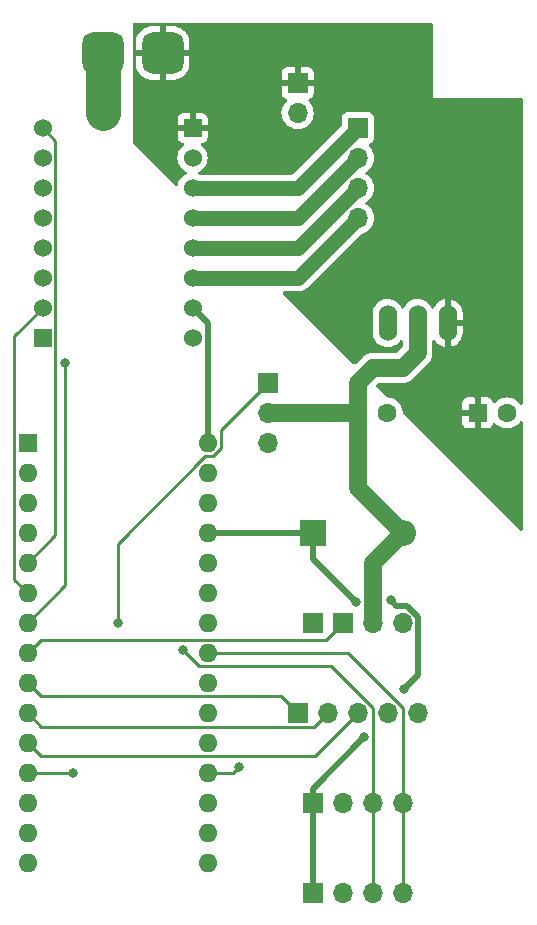
<source format=gbr>
%TF.GenerationSoftware,KiCad,Pcbnew,(6.0.4)*%
%TF.CreationDate,2022-08-04T20:18:12-07:00*%
%TF.ProjectId,l0ckcr4ck3r,6c30636b-6372-4346-936b-33722e6b6963,rev?*%
%TF.SameCoordinates,Original*%
%TF.FileFunction,Copper,L1,Top*%
%TF.FilePolarity,Positive*%
%FSLAX46Y46*%
G04 Gerber Fmt 4.6, Leading zero omitted, Abs format (unit mm)*
G04 Created by KiCad (PCBNEW (6.0.4)) date 2022-08-04 20:18:12*
%MOMM*%
%LPD*%
G01*
G04 APERTURE LIST*
G04 Aperture macros list*
%AMRoundRect*
0 Rectangle with rounded corners*
0 $1 Rounding radius*
0 $2 $3 $4 $5 $6 $7 $8 $9 X,Y pos of 4 corners*
0 Add a 4 corners polygon primitive as box body*
4,1,4,$2,$3,$4,$5,$6,$7,$8,$9,$2,$3,0*
0 Add four circle primitives for the rounded corners*
1,1,$1+$1,$2,$3*
1,1,$1+$1,$4,$5*
1,1,$1+$1,$6,$7*
1,1,$1+$1,$8,$9*
0 Add four rect primitives between the rounded corners*
20,1,$1+$1,$2,$3,$4,$5,0*
20,1,$1+$1,$4,$5,$6,$7,0*
20,1,$1+$1,$6,$7,$8,$9,0*
20,1,$1+$1,$8,$9,$2,$3,0*%
G04 Aperture macros list end*
%TA.AperFunction,ComponentPad*%
%ADD10R,1.524000X1.524000*%
%TD*%
%TA.AperFunction,ComponentPad*%
%ADD11C,1.524000*%
%TD*%
%TA.AperFunction,ComponentPad*%
%ADD12R,1.700000X1.700000*%
%TD*%
%TA.AperFunction,ComponentPad*%
%ADD13O,1.700000X1.700000*%
%TD*%
%TA.AperFunction,ComponentPad*%
%ADD14O,1.524000X3.048000*%
%TD*%
%TA.AperFunction,ComponentPad*%
%ADD15R,1.600000X1.600000*%
%TD*%
%TA.AperFunction,ComponentPad*%
%ADD16C,1.600000*%
%TD*%
%TA.AperFunction,ComponentPad*%
%ADD17R,2.200000X2.200000*%
%TD*%
%TA.AperFunction,ComponentPad*%
%ADD18O,2.200000X2.200000*%
%TD*%
%TA.AperFunction,SMDPad,CuDef*%
%ADD19RoundRect,0.875000X0.875000X0.875000X-0.875000X0.875000X-0.875000X-0.875000X0.875000X-0.875000X0*%
%TD*%
%TA.AperFunction,ComponentPad*%
%ADD20O,1.600000X1.600000*%
%TD*%
%TA.AperFunction,ViaPad*%
%ADD21C,0.800000*%
%TD*%
%TA.AperFunction,Conductor*%
%ADD22C,3.000000*%
%TD*%
%TA.AperFunction,Conductor*%
%ADD23C,0.250000*%
%TD*%
%TA.AperFunction,Conductor*%
%ADD24C,0.500000*%
%TD*%
%TA.AperFunction,Conductor*%
%ADD25C,1.500000*%
%TD*%
%TA.AperFunction,Conductor*%
%ADD26C,1.250000*%
%TD*%
G04 APERTURE END LIST*
D10*
%TO.P,U2,JP1_1,DIR*%
%TO.N,Net-(A1-Pad7)*%
X135890000Y-64770000D03*
D11*
%TO.P,U2,JP1_2,STEP*%
%TO.N,Net-(A1-Pad6)*%
X135890000Y-62230000D03*
%TO.P,U2,JP1_3*%
%TO.N,N/C*%
X135890000Y-59690000D03*
%TO.P,U2,JP1_4,PDN/UART1*%
%TO.N,unconnected-(U2-PadJP1_4)*%
X135890000Y-57150000D03*
%TO.P,U2,JP1_5,PDN/UART2*%
%TO.N,unconnected-(U2-PadJP1_5)*%
X135890000Y-54610000D03*
%TO.P,U2,JP1_6,MS2*%
%TO.N,unconnected-(U2-PadJP1_6)*%
X135890000Y-52070000D03*
%TO.P,U2,JP1_7,MS1*%
%TO.N,unconnected-(U2-PadJP1_7)*%
X135890000Y-49530000D03*
%TO.P,U2,JP1_8,EN*%
%TO.N,Net-(A1-Pad5)*%
X135890000Y-46990000D03*
D10*
%TO.P,U2,JP2_1,VM*%
%TO.N,+12V*%
X148590000Y-46990000D03*
D11*
%TO.P,U2,JP2_2,GND*%
%TO.N,GND*%
X148590000Y-49530000D03*
%TO.P,U2,JP2_3,OA2*%
%TO.N,Net-(M1-Pad1)*%
X148590000Y-52070000D03*
%TO.P,U2,JP2_4,OA1*%
%TO.N,Net-(M1-Pad2)*%
X148590000Y-54610000D03*
%TO.P,U2,JP2_5,OB1*%
%TO.N,Net-(M1-Pad3)*%
X148590000Y-57150000D03*
%TO.P,U2,JP2_6,OB2*%
%TO.N,Net-(M1-Pad4)*%
X148590000Y-59690000D03*
%TO.P,U2,JP2_7,VIO*%
%TO.N,Net-(A1-Pad30)*%
X148590000Y-62230000D03*
%TO.P,U2,JP2_8,GND*%
%TO.N,GND*%
X148590000Y-64770000D03*
%TD*%
D12*
%TO.P,M3,1,PWM*%
%TO.N,D5*%
X161300000Y-88925000D03*
D13*
%TO.P,M3,2,+*%
%TO.N,Net-(C1-Pad1)*%
X163840000Y-88925000D03*
%TO.P,M3,3,-*%
%TO.N,GND*%
X166380000Y-88925000D03*
%TD*%
D12*
%TO.P,U6,1,VCC*%
%TO.N,+5V*%
X158760000Y-104140000D03*
D13*
%TO.P,U6,2,GND*%
%TO.N,GND*%
X161300000Y-104140000D03*
%TO.P,U6,3,SCL*%
%TO.N,SCL*%
X163840000Y-104140000D03*
%TO.P,U6,4,SDA*%
%TO.N,SDA*%
X166380000Y-104140000D03*
%TD*%
D12*
%TO.P,M2,1,+*%
%TO.N,+12V*%
X157480000Y-43180000D03*
D13*
%TO.P,M2,2,-*%
%TO.N,GND*%
X157480000Y-45720000D03*
%TD*%
D12*
%TO.P,U5,1,VCC*%
%TO.N,+5V*%
X158760000Y-111760000D03*
D13*
%TO.P,U5,2,GND*%
%TO.N,GND*%
X161300000Y-111760000D03*
%TO.P,U5,3,SCL*%
%TO.N,SCL*%
X163840000Y-111760000D03*
%TO.P,U5,4,SDA*%
%TO.N,SDA*%
X166380000Y-111760000D03*
%TD*%
D14*
%TO.P,U4,1*%
%TO.N,GND*%
X165100000Y-63500000D03*
%TO.P,U4,2*%
%TO.N,Net-(C1-Pad1)*%
X167640000Y-63500000D03*
%TO.P,U4,3,Input*%
%TO.N,+12V*%
X170180000Y-63500000D03*
%TD*%
D12*
%TO.P,M1,1*%
%TO.N,Net-(M1-Pad1)*%
X162585000Y-47000000D03*
D13*
%TO.P,M1,2,-*%
%TO.N,Net-(M1-Pad2)*%
X162585000Y-49540000D03*
%TO.P,M1,3*%
%TO.N,Net-(M1-Pad3)*%
X162585000Y-52080000D03*
%TO.P,M1,4*%
%TO.N,Net-(M1-Pad4)*%
X162585000Y-54620000D03*
%TD*%
D12*
%TO.P,M4,1,PWM*%
%TO.N,D9*%
X154940000Y-68580000D03*
D13*
%TO.P,M4,2,+*%
%TO.N,Net-(C1-Pad1)*%
X154940000Y-71120000D03*
%TO.P,M4,3,-*%
%TO.N,GND*%
X154940000Y-73660000D03*
%TD*%
D15*
%TO.P,C1,1*%
%TO.N,Net-(C1-Pad1)*%
X162560000Y-71120000D03*
D16*
%TO.P,C1,2*%
%TO.N,GND*%
X165060000Y-71120000D03*
%TD*%
D12*
%TO.P,U3,1,CLK*%
%TO.N,CLK*%
X157510000Y-96520000D03*
D13*
%TO.P,U3,2,DT*%
%TO.N,DT*%
X160050000Y-96520000D03*
%TO.P,U3,3,SW*%
%TO.N,SW*%
X162590000Y-96520000D03*
%TO.P,U3,4,+*%
%TO.N,+5V*%
X165130000Y-96520000D03*
%TO.P,U3,5,GND*%
%TO.N,GND*%
X167670000Y-96520000D03*
%TD*%
D17*
%TO.P,D1,1,K*%
%TO.N,+5V*%
X158750000Y-81305000D03*
D18*
%TO.P,D1,2,A*%
%TO.N,Net-(C1-Pad1)*%
X166370000Y-81305000D03*
%TD*%
D19*
%TO.P,U1,1,12V*%
%TO.N,+12V*%
X146050000Y-40640000D03*
%TO.P,U1,2,GND*%
%TO.N,GND*%
X140970000Y-40640000D03*
%TD*%
D15*
%TO.P,C2,1*%
%TO.N,+12V*%
X172720000Y-71120000D03*
D16*
%TO.P,C2,2*%
%TO.N,GND*%
X175220000Y-71120000D03*
%TD*%
D15*
%TO.P,A1,1,D1/TX*%
%TO.N,unconnected-(A1-Pad1)*%
X134620000Y-73660000D03*
D20*
%TO.P,A1,2,D0/RX*%
%TO.N,unconnected-(A1-Pad2)*%
X134620000Y-76200000D03*
%TO.P,A1,3,~{RESET}*%
%TO.N,unconnected-(A1-Pad3)*%
X134620000Y-78740000D03*
%TO.P,A1,4,GND*%
%TO.N,GND*%
X134620000Y-81280000D03*
%TO.P,A1,5,D2*%
%TO.N,Net-(A1-Pad5)*%
X134620000Y-83820000D03*
%TO.P,A1,6,D3*%
%TO.N,Net-(A1-Pad6)*%
X134620000Y-86360000D03*
%TO.P,A1,7,D4*%
%TO.N,Net-(A1-Pad7)*%
X134620000Y-88900000D03*
%TO.P,A1,8,D5*%
%TO.N,D5*%
X134620000Y-91440000D03*
%TO.P,A1,9,D6*%
%TO.N,CLK*%
X134620000Y-93980000D03*
%TO.P,A1,10,D7*%
%TO.N,DT*%
X134620000Y-96520000D03*
%TO.P,A1,11,D8*%
%TO.N,SW*%
X134620000Y-99060000D03*
%TO.P,A1,12,D9*%
%TO.N,D9*%
X134620000Y-101600000D03*
%TO.P,A1,13,D10*%
%TO.N,unconnected-(A1-Pad13)*%
X134620000Y-104140000D03*
%TO.P,A1,14,D11*%
%TO.N,unconnected-(A1-Pad14)*%
X134620000Y-106680000D03*
%TO.P,A1,15,D12*%
%TO.N,unconnected-(A1-Pad15)*%
X134620000Y-109220000D03*
%TO.P,A1,16,D13*%
%TO.N,unconnected-(A1-Pad16)*%
X149860000Y-109220000D03*
%TO.P,A1,17,3V3*%
%TO.N,unconnected-(A1-Pad17)*%
X149860000Y-106680000D03*
%TO.P,A1,18,AREF*%
%TO.N,unconnected-(A1-Pad18)*%
X149860000Y-104140000D03*
%TO.P,A1,19,A0*%
%TO.N,Net-(A1-Pad19)*%
X149860000Y-101600000D03*
%TO.P,A1,20,A1*%
%TO.N,unconnected-(A1-Pad20)*%
X149860000Y-99060000D03*
%TO.P,A1,21,A2*%
%TO.N,unconnected-(A1-Pad21)*%
X149860000Y-96520000D03*
%TO.P,A1,22,A3*%
%TO.N,unconnected-(A1-Pad22)*%
X149860000Y-93980000D03*
%TO.P,A1,23,A4*%
%TO.N,SDA*%
X149860000Y-91440000D03*
%TO.P,A1,24,A5*%
%TO.N,SCL*%
X149860000Y-88900000D03*
%TO.P,A1,25,A6*%
%TO.N,unconnected-(A1-Pad25)*%
X149860000Y-86360000D03*
%TO.P,A1,26,A7*%
%TO.N,unconnected-(A1-Pad26)*%
X149860000Y-83820000D03*
%TO.P,A1,27,+5V*%
%TO.N,+5V*%
X149860000Y-81280000D03*
%TO.P,A1,28,~{RESET}*%
%TO.N,unconnected-(A1-Pad28)*%
X149860000Y-78740000D03*
%TO.P,A1,29,GND*%
%TO.N,GND*%
X149860000Y-76200000D03*
%TO.P,A1,30,VIN*%
%TO.N,Net-(A1-Pad30)*%
X149860000Y-73660000D03*
%TD*%
D12*
%TO.P,J1,1,Pin_1*%
%TO.N,Net-(A1-Pad19)*%
X158760000Y-88925000D03*
%TD*%
D21*
%TO.N,GND*%
X140970000Y-43180000D03*
X140970000Y-44450000D03*
X140970000Y-45720000D03*
%TO.N,Net-(A1-Pad7)*%
X137800000Y-66900000D03*
%TO.N,Net-(A1-Pad19)*%
X152500000Y-101100000D03*
%TO.N,SCL*%
X147800000Y-91200000D03*
%TO.N,+5V*%
X166500000Y-94500000D03*
X165400000Y-87000000D03*
X162400000Y-87100000D03*
X163100000Y-98600000D03*
%TO.N,D9*%
X138430000Y-101600000D03*
X142240000Y-88900000D03*
%TD*%
D22*
%TO.N,GND*%
X140970000Y-43180000D02*
X140970000Y-44450000D01*
X140970000Y-40640000D02*
X140970000Y-43180000D01*
X140970000Y-44450000D02*
X140970000Y-45720000D01*
D23*
%TO.N,Net-(A1-Pad5)*%
X135890000Y-46990000D02*
X136976511Y-48076511D01*
X136976511Y-81463489D02*
X134620000Y-83820000D01*
X136976511Y-48076511D02*
X136976511Y-81463489D01*
%TO.N,Net-(A1-Pad6)*%
X133495489Y-64624511D02*
X135890000Y-62230000D01*
X133495489Y-85235489D02*
X133495489Y-64624511D01*
X134620000Y-86360000D02*
X133495489Y-85235489D01*
%TO.N,Net-(A1-Pad7)*%
X134620000Y-88900000D02*
X137800000Y-85720000D01*
X137800000Y-85720000D02*
X137800000Y-66900000D01*
%TO.N,D5*%
X134620000Y-91440000D02*
X135744511Y-90315489D01*
X135744511Y-90315489D02*
X159909511Y-90315489D01*
X159909511Y-90315489D02*
X161300000Y-88925000D01*
%TO.N,CLK*%
X135744511Y-95104511D02*
X156094511Y-95104511D01*
X156094511Y-95104511D02*
X157510000Y-96520000D01*
X134620000Y-93980000D02*
X135744511Y-95104511D01*
%TO.N,DT*%
X135794511Y-97694511D02*
X158875489Y-97694511D01*
X158875489Y-97694511D02*
X160050000Y-96520000D01*
X134620000Y-96520000D02*
X135794511Y-97694511D01*
%TO.N,SW*%
X135744511Y-100184511D02*
X158925489Y-100184511D01*
X158925489Y-100184511D02*
X162590000Y-96520000D01*
X134620000Y-99060000D02*
X135744511Y-100184511D01*
%TO.N,Net-(A1-Pad19)*%
X149860000Y-101600000D02*
X152000000Y-101600000D01*
X152000000Y-101600000D02*
X152500000Y-101100000D01*
%TO.N,SDA*%
X166380000Y-111760000D02*
X166380000Y-104140000D01*
X149860000Y-91440000D02*
X161711010Y-91440000D01*
X161711010Y-91440000D02*
X166380000Y-96108990D01*
X166380000Y-96108990D02*
X166380000Y-104140000D01*
%TO.N,SCL*%
X163840000Y-104140000D02*
X163840000Y-96108990D01*
X163840000Y-96108990D02*
X160295521Y-92564511D01*
X160295521Y-92564511D02*
X149164511Y-92564511D01*
X149164511Y-92564511D02*
X147800000Y-91200000D01*
X163840000Y-104140000D02*
X163840000Y-111760000D01*
D24*
%TO.N,+5V*%
X167679511Y-93320489D02*
X166500000Y-94500000D01*
X158725000Y-81280000D02*
X158750000Y-81305000D01*
X158750000Y-83450000D02*
X162400000Y-87100000D01*
X165841724Y-87441724D02*
X166734511Y-87441724D01*
X158760000Y-111760000D02*
X158760000Y-104140000D01*
X163100000Y-98600000D02*
X158760000Y-102940000D01*
X158760000Y-102940000D02*
X158760000Y-104140000D01*
X158750000Y-81305000D02*
X158750000Y-83450000D01*
X166734511Y-87441724D02*
X167679511Y-88386724D01*
X167679511Y-88386724D02*
X167679511Y-93320489D01*
X149860000Y-81280000D02*
X158725000Y-81280000D01*
X165400000Y-87000000D02*
X165841724Y-87441724D01*
%TO.N,Net-(A1-Pad30)*%
X148590000Y-62230000D02*
X149860000Y-63500000D01*
X149860000Y-63500000D02*
X149860000Y-73660000D01*
D25*
%TO.N,Net-(C1-Pad1)*%
X167640000Y-66040000D02*
X167640000Y-63500000D01*
X162560000Y-68580000D02*
X163830000Y-67310000D01*
X162560000Y-71120000D02*
X162560000Y-68580000D01*
X163840000Y-83835000D02*
X163840000Y-88925000D01*
X166370000Y-81305000D02*
X163840000Y-83835000D01*
X162560000Y-77495000D02*
X162560000Y-71120000D01*
X163830000Y-67310000D02*
X166370000Y-67310000D01*
X166370000Y-81305000D02*
X162560000Y-77495000D01*
X162560000Y-71120000D02*
X154940000Y-71120000D01*
X166370000Y-67310000D02*
X167640000Y-66040000D01*
D26*
%TO.N,Net-(M1-Pad1)*%
X148590000Y-52070000D02*
X157515000Y-52070000D01*
X157515000Y-52070000D02*
X162585000Y-47000000D01*
%TO.N,Net-(M1-Pad2)*%
X157515000Y-54610000D02*
X162585000Y-49540000D01*
X148590000Y-54610000D02*
X157515000Y-54610000D01*
%TO.N,Net-(M1-Pad3)*%
X148590000Y-57150000D02*
X157515000Y-57150000D01*
X157515000Y-57150000D02*
X162585000Y-52080000D01*
%TO.N,Net-(M1-Pad4)*%
X157515000Y-59690000D02*
X162585000Y-54620000D01*
X148590000Y-59690000D02*
X157515000Y-59690000D01*
D23*
%TO.N,D9*%
X150984511Y-74125789D02*
X150984511Y-72535489D01*
X142240000Y-82229700D02*
X149685189Y-74784511D01*
X150984511Y-72535489D02*
X154940000Y-68580000D01*
X134620000Y-101600000D02*
X138430000Y-101600000D01*
X149685189Y-74784511D02*
X150325789Y-74784511D01*
X142240000Y-88900000D02*
X142240000Y-82229700D01*
X150325789Y-74784511D02*
X150984511Y-74125789D01*
%TD*%
%TA.AperFunction,Conductor*%
%TO.N,+12V*%
G36*
X168852121Y-38120002D02*
G01*
X168898614Y-38173658D01*
X168910000Y-38226000D01*
X168910000Y-44450000D01*
X176404000Y-44450000D01*
X176472121Y-44470002D01*
X176518614Y-44523658D01*
X176530000Y-44576000D01*
X176530000Y-70309953D01*
X176509998Y-70378074D01*
X176456342Y-70424567D01*
X176386068Y-70434671D01*
X176321488Y-70405177D01*
X176300787Y-70382224D01*
X176229357Y-70280211D01*
X176229355Y-70280208D01*
X176226198Y-70275700D01*
X176064300Y-70113802D01*
X176059792Y-70110645D01*
X176059789Y-70110643D01*
X175981611Y-70055902D01*
X175876749Y-69982477D01*
X175871767Y-69980154D01*
X175871762Y-69980151D01*
X175674225Y-69888039D01*
X175674224Y-69888039D01*
X175669243Y-69885716D01*
X175663935Y-69884294D01*
X175663933Y-69884293D01*
X175453402Y-69827881D01*
X175453400Y-69827881D01*
X175448087Y-69826457D01*
X175220000Y-69806502D01*
X174991913Y-69826457D01*
X174986600Y-69827881D01*
X174986598Y-69827881D01*
X174776067Y-69884293D01*
X174776065Y-69884294D01*
X174770757Y-69885716D01*
X174765776Y-69888039D01*
X174765775Y-69888039D01*
X174568238Y-69980151D01*
X174568233Y-69980154D01*
X174563251Y-69982477D01*
X174458389Y-70055902D01*
X174380211Y-70110643D01*
X174380208Y-70110645D01*
X174375700Y-70113802D01*
X174229580Y-70259922D01*
X174167268Y-70293948D01*
X174096453Y-70288883D01*
X174039617Y-70246336D01*
X174022317Y-70209394D01*
X174021252Y-70209793D01*
X173973324Y-70081946D01*
X173964786Y-70066351D01*
X173888285Y-69964276D01*
X173875724Y-69951715D01*
X173773649Y-69875214D01*
X173758054Y-69866676D01*
X173637606Y-69821522D01*
X173622351Y-69817895D01*
X173571486Y-69812369D01*
X173564672Y-69812000D01*
X172992115Y-69812000D01*
X172976876Y-69816475D01*
X172975671Y-69817865D01*
X172974000Y-69825548D01*
X172974000Y-72409884D01*
X172978475Y-72425123D01*
X172979865Y-72426328D01*
X172987548Y-72427999D01*
X173564669Y-72427999D01*
X173571490Y-72427629D01*
X173622352Y-72422105D01*
X173637604Y-72418479D01*
X173758054Y-72373324D01*
X173773649Y-72364786D01*
X173875724Y-72288285D01*
X173888285Y-72275724D01*
X173964786Y-72173649D01*
X173973324Y-72158054D01*
X174021252Y-72030207D01*
X174023112Y-72030904D01*
X174053131Y-71978372D01*
X174116090Y-71945558D01*
X174186794Y-71951992D01*
X174229581Y-71980079D01*
X174375700Y-72126198D01*
X174380208Y-72129355D01*
X174380211Y-72129357D01*
X174421195Y-72158054D01*
X174563251Y-72257523D01*
X174568233Y-72259846D01*
X174568238Y-72259849D01*
X174760150Y-72349338D01*
X174770757Y-72354284D01*
X174776065Y-72355706D01*
X174776067Y-72355707D01*
X174986598Y-72412119D01*
X174986600Y-72412119D01*
X174991913Y-72413543D01*
X175220000Y-72433498D01*
X175448087Y-72413543D01*
X175453400Y-72412119D01*
X175453402Y-72412119D01*
X175663933Y-72355707D01*
X175663935Y-72355706D01*
X175669243Y-72354284D01*
X175679850Y-72349338D01*
X175871762Y-72259849D01*
X175871767Y-72259846D01*
X175876749Y-72257523D01*
X176018805Y-72158054D01*
X176059789Y-72129357D01*
X176059792Y-72129355D01*
X176064300Y-72126198D01*
X176226198Y-71964300D01*
X176239322Y-71945558D01*
X176300787Y-71857776D01*
X176356244Y-71813448D01*
X176426863Y-71806139D01*
X176490224Y-71838170D01*
X176526209Y-71899371D01*
X176530000Y-71930047D01*
X176530000Y-80975810D01*
X176509998Y-81043931D01*
X176456342Y-81090424D01*
X176386068Y-81100528D01*
X176321488Y-81071034D01*
X176314905Y-81064905D01*
X167214669Y-71964669D01*
X171412001Y-71964669D01*
X171412371Y-71971490D01*
X171417895Y-72022352D01*
X171421521Y-72037604D01*
X171466676Y-72158054D01*
X171475214Y-72173649D01*
X171551715Y-72275724D01*
X171564276Y-72288285D01*
X171666351Y-72364786D01*
X171681946Y-72373324D01*
X171802394Y-72418478D01*
X171817649Y-72422105D01*
X171868514Y-72427631D01*
X171875328Y-72428000D01*
X172447885Y-72428000D01*
X172463124Y-72423525D01*
X172464329Y-72422135D01*
X172466000Y-72414452D01*
X172466000Y-71392115D01*
X172461525Y-71376876D01*
X172460135Y-71375671D01*
X172452452Y-71374000D01*
X171430116Y-71374000D01*
X171414877Y-71378475D01*
X171413672Y-71379865D01*
X171412001Y-71387548D01*
X171412001Y-71964669D01*
X167214669Y-71964669D01*
X166406263Y-71156263D01*
X166372237Y-71093951D01*
X166369837Y-71078150D01*
X166354022Y-70897393D01*
X166353543Y-70891913D01*
X166346600Y-70866000D01*
X166341746Y-70847885D01*
X171412000Y-70847885D01*
X171416475Y-70863124D01*
X171417865Y-70864329D01*
X171425548Y-70866000D01*
X172447885Y-70866000D01*
X172463124Y-70861525D01*
X172464329Y-70860135D01*
X172466000Y-70852452D01*
X172466000Y-69830116D01*
X172461525Y-69814877D01*
X172460135Y-69813672D01*
X172452452Y-69812001D01*
X171875331Y-69812001D01*
X171868510Y-69812371D01*
X171817648Y-69817895D01*
X171802396Y-69821521D01*
X171681946Y-69866676D01*
X171666351Y-69875214D01*
X171564276Y-69951715D01*
X171551715Y-69964276D01*
X171475214Y-70066351D01*
X171466676Y-70081946D01*
X171421522Y-70202394D01*
X171417895Y-70217649D01*
X171412369Y-70268514D01*
X171412000Y-70275328D01*
X171412000Y-70847885D01*
X166341746Y-70847885D01*
X166295707Y-70676067D01*
X166295706Y-70676065D01*
X166294284Y-70670757D01*
X166251500Y-70579006D01*
X166199849Y-70468238D01*
X166199846Y-70468233D01*
X166197523Y-70463251D01*
X166090182Y-70309953D01*
X166069357Y-70280211D01*
X166069355Y-70280208D01*
X166066198Y-70275700D01*
X165904300Y-70113802D01*
X165899792Y-70110645D01*
X165899789Y-70110643D01*
X165821611Y-70055902D01*
X165716749Y-69982477D01*
X165711767Y-69980154D01*
X165711762Y-69980151D01*
X165514225Y-69888039D01*
X165514224Y-69888039D01*
X165509243Y-69885716D01*
X165503935Y-69884294D01*
X165503933Y-69884293D01*
X165293402Y-69827881D01*
X165293400Y-69827881D01*
X165288087Y-69826457D01*
X165187716Y-69817676D01*
X165101850Y-69810163D01*
X165035732Y-69784299D01*
X165023737Y-69773737D01*
X164173989Y-68923989D01*
X164139963Y-68861677D01*
X164145028Y-68790862D01*
X164173989Y-68745799D01*
X164314383Y-68605405D01*
X164376695Y-68571379D01*
X164403478Y-68568500D01*
X166278604Y-68568500D01*
X166295051Y-68569578D01*
X166311516Y-68571746D01*
X166311520Y-68571746D01*
X166317086Y-68572479D01*
X166398489Y-68568640D01*
X166404424Y-68568500D01*
X166426999Y-68568500D01*
X166452989Y-68566181D01*
X166458248Y-68565822D01*
X166541488Y-68561896D01*
X166546947Y-68560646D01*
X166546952Y-68560645D01*
X166558970Y-68557892D01*
X166575899Y-68555211D01*
X166593762Y-68553617D01*
X166599178Y-68552135D01*
X166599180Y-68552135D01*
X166674133Y-68531630D01*
X166679251Y-68530344D01*
X166755000Y-68512995D01*
X166755002Y-68512994D01*
X166760470Y-68511742D01*
X166770970Y-68507263D01*
X166776967Y-68504706D01*
X166793142Y-68499073D01*
X166805039Y-68495818D01*
X166805043Y-68495817D01*
X166810451Y-68494337D01*
X166885667Y-68458461D01*
X166890476Y-68456290D01*
X166961949Y-68425804D01*
X166961950Y-68425804D01*
X166967109Y-68423603D01*
X166982110Y-68413749D01*
X166997025Y-68405346D01*
X167013218Y-68397622D01*
X167017769Y-68394352D01*
X167017772Y-68394350D01*
X167080881Y-68349001D01*
X167085232Y-68346011D01*
X167151010Y-68302804D01*
X167151018Y-68302798D01*
X167154874Y-68300265D01*
X167175662Y-68281743D01*
X167185939Y-68273510D01*
X167195654Y-68266529D01*
X167270062Y-68189746D01*
X167271451Y-68188336D01*
X168465263Y-66994525D01*
X168477654Y-66983657D01*
X168490841Y-66973538D01*
X168495292Y-66970123D01*
X168499065Y-66965977D01*
X168499070Y-66965972D01*
X168550149Y-66909836D01*
X168554247Y-66905541D01*
X168570198Y-66889590D01*
X168586942Y-66869564D01*
X168590401Y-66865599D01*
X168642708Y-66808115D01*
X168642709Y-66808114D01*
X168646485Y-66803964D01*
X168656016Y-66788770D01*
X168666085Y-66774910D01*
X168677593Y-66761147D01*
X168718869Y-66688782D01*
X168721579Y-66684253D01*
X168762885Y-66618405D01*
X168765864Y-66613656D01*
X168772553Y-66597017D01*
X168780012Y-66581587D01*
X168786119Y-66570881D01*
X168786123Y-66570872D01*
X168788898Y-66566007D01*
X168816715Y-66487454D01*
X168818576Y-66482529D01*
X168849656Y-66405217D01*
X168853294Y-66387650D01*
X168857899Y-66371156D01*
X168863889Y-66354241D01*
X168877359Y-66271990D01*
X168878319Y-66266811D01*
X168894276Y-66189758D01*
X168894276Y-66189757D01*
X168895213Y-66185233D01*
X168896815Y-66157452D01*
X168898262Y-66144347D01*
X168899286Y-66138090D01*
X168899286Y-66138086D01*
X168900194Y-66132543D01*
X168899813Y-66108258D01*
X168898516Y-66025736D01*
X168898500Y-66023757D01*
X168898500Y-65046388D01*
X168918502Y-64978267D01*
X168972158Y-64931774D01*
X169042432Y-64921670D01*
X169107012Y-64951164D01*
X169126822Y-64972861D01*
X169211459Y-65090644D01*
X169218758Y-65099100D01*
X169373500Y-65249056D01*
X169382197Y-65256098D01*
X169561040Y-65376276D01*
X169570843Y-65381665D01*
X169768143Y-65468274D01*
X169778738Y-65471840D01*
X169908385Y-65502966D01*
X169922470Y-65502261D01*
X169926000Y-65493382D01*
X169926000Y-65492498D01*
X170434000Y-65492498D01*
X170438106Y-65506480D01*
X170448352Y-65508070D01*
X170450475Y-65507619D01*
X170656435Y-65444257D01*
X170666780Y-65440036D01*
X170858267Y-65341202D01*
X170867698Y-65335217D01*
X171038663Y-65204032D01*
X171046876Y-65196479D01*
X171191909Y-65037090D01*
X171198664Y-65028190D01*
X171313166Y-64845657D01*
X171318247Y-64835687D01*
X171398617Y-64635760D01*
X171401848Y-64625060D01*
X171445745Y-64413084D01*
X171446948Y-64403947D01*
X171449895Y-64352840D01*
X171450000Y-64349194D01*
X171450000Y-63772115D01*
X171445525Y-63756876D01*
X171444135Y-63755671D01*
X171436452Y-63754000D01*
X170452115Y-63754000D01*
X170436876Y-63758475D01*
X170435671Y-63759865D01*
X170434000Y-63767548D01*
X170434000Y-65492498D01*
X169926000Y-65492498D01*
X169926000Y-63227885D01*
X170434000Y-63227885D01*
X170438475Y-63243124D01*
X170439865Y-63244329D01*
X170447548Y-63246000D01*
X171431885Y-63246000D01*
X171447124Y-63241525D01*
X171448329Y-63240135D01*
X171450000Y-63232452D01*
X171450000Y-62683289D01*
X171449751Y-62677694D01*
X171435479Y-62517788D01*
X171433497Y-62506774D01*
X171376639Y-62298935D01*
X171372745Y-62288462D01*
X171279974Y-62093963D01*
X171274290Y-62084352D01*
X171148541Y-61909356D01*
X171141242Y-61900900D01*
X170986500Y-61750944D01*
X170977803Y-61743902D01*
X170798960Y-61623724D01*
X170789157Y-61618335D01*
X170591857Y-61531726D01*
X170581262Y-61528160D01*
X170451615Y-61497034D01*
X170437530Y-61497739D01*
X170434000Y-61506618D01*
X170434000Y-63227885D01*
X169926000Y-63227885D01*
X169926000Y-61507502D01*
X169921894Y-61493520D01*
X169911648Y-61491930D01*
X169909525Y-61492381D01*
X169703565Y-61555743D01*
X169693220Y-61559964D01*
X169501733Y-61658798D01*
X169492302Y-61664783D01*
X169321337Y-61795968D01*
X169313124Y-61803521D01*
X169168091Y-61962910D01*
X169161336Y-61971810D01*
X169046834Y-62154343D01*
X169041753Y-62164313D01*
X169026395Y-62202517D01*
X168982428Y-62258261D01*
X168915303Y-62281386D01*
X168846332Y-62264549D01*
X168795762Y-62209764D01*
X168740410Y-62093716D01*
X168740409Y-62093715D01*
X168737993Y-62088649D01*
X168734715Y-62084087D01*
X168608926Y-61909034D01*
X168608924Y-61909032D01*
X168605649Y-61904474D01*
X168501474Y-61803521D01*
X168446811Y-61750548D01*
X168446808Y-61750546D01*
X168442783Y-61746645D01*
X168315249Y-61660946D01*
X168259195Y-61623279D01*
X168259190Y-61623276D01*
X168254542Y-61620153D01*
X168249410Y-61617900D01*
X168249406Y-61617898D01*
X168110511Y-61556927D01*
X168046876Y-61528993D01*
X168013122Y-61520890D01*
X167831808Y-61477360D01*
X167831802Y-61477359D01*
X167826349Y-61476050D01*
X167713140Y-61469522D01*
X167605537Y-61463317D01*
X167605534Y-61463317D01*
X167599931Y-61462994D01*
X167374781Y-61490241D01*
X167369419Y-61491891D01*
X167369417Y-61491891D01*
X167350408Y-61497739D01*
X167158013Y-61556927D01*
X167153029Y-61559499D01*
X167153030Y-61559499D01*
X167039885Y-61617898D01*
X166956481Y-61660946D01*
X166952033Y-61664359D01*
X166940326Y-61673342D01*
X166776553Y-61799009D01*
X166693894Y-61889850D01*
X166683840Y-61900900D01*
X166623919Y-61966752D01*
X166620938Y-61971503D01*
X166620938Y-61971504D01*
X166544120Y-62093963D01*
X166503401Y-62158874D01*
X166501307Y-62164084D01*
X166486103Y-62201905D01*
X166442136Y-62257649D01*
X166375011Y-62280774D01*
X166306040Y-62263937D01*
X166255470Y-62209152D01*
X166200410Y-62093716D01*
X166200409Y-62093715D01*
X166197993Y-62088649D01*
X166194715Y-62084087D01*
X166068926Y-61909034D01*
X166068924Y-61909032D01*
X166065649Y-61904474D01*
X165961474Y-61803521D01*
X165906811Y-61750548D01*
X165906808Y-61750546D01*
X165902783Y-61746645D01*
X165775249Y-61660946D01*
X165719195Y-61623279D01*
X165719190Y-61623276D01*
X165714542Y-61620153D01*
X165709410Y-61617900D01*
X165709406Y-61617898D01*
X165570511Y-61556927D01*
X165506876Y-61528993D01*
X165473122Y-61520890D01*
X165291808Y-61477360D01*
X165291802Y-61477359D01*
X165286349Y-61476050D01*
X165173140Y-61469522D01*
X165065537Y-61463317D01*
X165065534Y-61463317D01*
X165059931Y-61462994D01*
X164834781Y-61490241D01*
X164829419Y-61491891D01*
X164829417Y-61491891D01*
X164810408Y-61497739D01*
X164618013Y-61556927D01*
X164613029Y-61559499D01*
X164613030Y-61559499D01*
X164499885Y-61617898D01*
X164416481Y-61660946D01*
X164412033Y-61664359D01*
X164400326Y-61673342D01*
X164236553Y-61799009D01*
X164153894Y-61889850D01*
X164143840Y-61900900D01*
X164083919Y-61966752D01*
X164080938Y-61971503D01*
X164080938Y-61971504D01*
X164004120Y-62093963D01*
X163963401Y-62158874D01*
X163878810Y-62369301D01*
X163832819Y-62591382D01*
X163829500Y-62648944D01*
X163829500Y-64319535D01*
X163844526Y-64487895D01*
X163904370Y-64706651D01*
X163906782Y-64711709D01*
X163906784Y-64711713D01*
X163999590Y-64906284D01*
X164002007Y-64911351D01*
X164005284Y-64915912D01*
X164005285Y-64915913D01*
X164100275Y-65048104D01*
X164134351Y-65095526D01*
X164138381Y-65099431D01*
X164292781Y-65249056D01*
X164297217Y-65253355D01*
X164362273Y-65297070D01*
X164480805Y-65376721D01*
X164480810Y-65376724D01*
X164485458Y-65379847D01*
X164490590Y-65382100D01*
X164490594Y-65382102D01*
X164618299Y-65438161D01*
X164693124Y-65471007D01*
X164698582Y-65472317D01*
X164698581Y-65472317D01*
X164908192Y-65522640D01*
X164908198Y-65522641D01*
X164913651Y-65523950D01*
X165026860Y-65530478D01*
X165134463Y-65536683D01*
X165134466Y-65536683D01*
X165140069Y-65537006D01*
X165365219Y-65509759D01*
X165370581Y-65508109D01*
X165370583Y-65508109D01*
X165486927Y-65472317D01*
X165581987Y-65443073D01*
X165682753Y-65391063D01*
X165778536Y-65341626D01*
X165778537Y-65341626D01*
X165783519Y-65339054D01*
X165788520Y-65335217D01*
X165891129Y-65256482D01*
X165963447Y-65200991D01*
X166055859Y-65099431D01*
X166112308Y-65037395D01*
X166112310Y-65037392D01*
X166116081Y-65033248D01*
X166148765Y-64981145D01*
X166201906Y-64934070D01*
X166272065Y-64923198D01*
X166336965Y-64951982D01*
X166376000Y-65011284D01*
X166381500Y-65048104D01*
X166381500Y-65466522D01*
X166361498Y-65534643D01*
X166344595Y-65555617D01*
X165885617Y-66014595D01*
X165823305Y-66048621D01*
X165796522Y-66051500D01*
X163921395Y-66051500D01*
X163904948Y-66050422D01*
X163888483Y-66048254D01*
X163888479Y-66048254D01*
X163882913Y-66047521D01*
X163801512Y-66051360D01*
X163795576Y-66051500D01*
X163773001Y-66051500D01*
X163753981Y-66053197D01*
X163747011Y-66053819D01*
X163741749Y-66054178D01*
X163725568Y-66054941D01*
X163658512Y-66058104D01*
X163653053Y-66059354D01*
X163653048Y-66059355D01*
X163641030Y-66062108D01*
X163624101Y-66064789D01*
X163606238Y-66066383D01*
X163600822Y-66067865D01*
X163600820Y-66067865D01*
X163525867Y-66088370D01*
X163520749Y-66089656D01*
X163445000Y-66107005D01*
X163444998Y-66107006D01*
X163439530Y-66108258D01*
X163429030Y-66112737D01*
X163423033Y-66115294D01*
X163406858Y-66120927D01*
X163394961Y-66124182D01*
X163394957Y-66124183D01*
X163389549Y-66125663D01*
X163384483Y-66128079D01*
X163384484Y-66128079D01*
X163314333Y-66161539D01*
X163309524Y-66163710D01*
X163248456Y-66189758D01*
X163232891Y-66196397D01*
X163217890Y-66206251D01*
X163202975Y-66214654D01*
X163186782Y-66222378D01*
X163182234Y-66225646D01*
X163182229Y-66225649D01*
X163119114Y-66271002D01*
X163114777Y-66273982D01*
X163045125Y-66319735D01*
X163024344Y-66338251D01*
X163014048Y-66346500D01*
X163004346Y-66353471D01*
X162929968Y-66430223D01*
X162928579Y-66431633D01*
X162394201Y-66966011D01*
X162331889Y-67000037D01*
X162261074Y-66994972D01*
X162216011Y-66966011D01*
X156288595Y-61038595D01*
X156254569Y-60976283D01*
X156259634Y-60905468D01*
X156302181Y-60848632D01*
X156368701Y-60823821D01*
X156377690Y-60823500D01*
X157408633Y-60823500D01*
X157419694Y-60824433D01*
X157419715Y-60824153D01*
X157425688Y-60824592D01*
X157431607Y-60825598D01*
X157526371Y-60823530D01*
X157529119Y-60823500D01*
X157569041Y-60823500D01*
X157576705Y-60822769D01*
X157585901Y-60822231D01*
X157621565Y-60821453D01*
X157641852Y-60821010D01*
X157641853Y-60821010D01*
X157647848Y-60820879D01*
X157681495Y-60813635D01*
X157696044Y-60811383D01*
X157716510Y-60809430D01*
X157730315Y-60808113D01*
X157789768Y-60790671D01*
X157798719Y-60788397D01*
X157859295Y-60775356D01*
X157890966Y-60761880D01*
X157904827Y-60756917D01*
X157937860Y-60747226D01*
X157992941Y-60718858D01*
X158001286Y-60714939D01*
X158058320Y-60690671D01*
X158086879Y-60671444D01*
X158099554Y-60663948D01*
X158104812Y-60661240D01*
X158130148Y-60648191D01*
X158178874Y-60609917D01*
X158186324Y-60604494D01*
X158233981Y-60572409D01*
X158233983Y-60572407D01*
X158237740Y-60569878D01*
X158241956Y-60566055D01*
X158263149Y-60544862D01*
X158274411Y-60534871D01*
X158295522Y-60518288D01*
X158300239Y-60514583D01*
X158342020Y-60466435D01*
X158348089Y-60459922D01*
X162826276Y-55981735D01*
X162879163Y-55950144D01*
X163077429Y-55890661D01*
X163077434Y-55890659D01*
X163082384Y-55889174D01*
X163282994Y-55790896D01*
X163464860Y-55661173D01*
X163623096Y-55503489D01*
X163753453Y-55322077D01*
X163852430Y-55121811D01*
X163917370Y-54908069D01*
X163946529Y-54686590D01*
X163948156Y-54620000D01*
X163929852Y-54397361D01*
X163875431Y-54180702D01*
X163786354Y-53975840D01*
X163665014Y-53788277D01*
X163514670Y-53623051D01*
X163510619Y-53619852D01*
X163510615Y-53619848D01*
X163343414Y-53487800D01*
X163343410Y-53487798D01*
X163339359Y-53484598D01*
X163298053Y-53461796D01*
X163248084Y-53411364D01*
X163233312Y-53341921D01*
X163258428Y-53275516D01*
X163285780Y-53248909D01*
X163349441Y-53203500D01*
X163464860Y-53121173D01*
X163623096Y-52963489D01*
X163753453Y-52782077D01*
X163852430Y-52581811D01*
X163917370Y-52368069D01*
X163946529Y-52146590D01*
X163948156Y-52080000D01*
X163929852Y-51857361D01*
X163875431Y-51640702D01*
X163786354Y-51435840D01*
X163665014Y-51248277D01*
X163514670Y-51083051D01*
X163510619Y-51079852D01*
X163510615Y-51079848D01*
X163343414Y-50947800D01*
X163343410Y-50947798D01*
X163339359Y-50944598D01*
X163298053Y-50921796D01*
X163248084Y-50871364D01*
X163233312Y-50801921D01*
X163258428Y-50735516D01*
X163285780Y-50708909D01*
X163329603Y-50677650D01*
X163464860Y-50581173D01*
X163623096Y-50423489D01*
X163753453Y-50242077D01*
X163852430Y-50041811D01*
X163917370Y-49828069D01*
X163946529Y-49606590D01*
X163948156Y-49540000D01*
X163929852Y-49317361D01*
X163875431Y-49100702D01*
X163786354Y-48895840D01*
X163665014Y-48708277D01*
X163523744Y-48553023D01*
X163517798Y-48546488D01*
X163486746Y-48482642D01*
X163495141Y-48412143D01*
X163540317Y-48357375D01*
X163566761Y-48343706D01*
X163673297Y-48303767D01*
X163681705Y-48300615D01*
X163798261Y-48213261D01*
X163885615Y-48096705D01*
X163936745Y-47960316D01*
X163943500Y-47898134D01*
X163943500Y-46101866D01*
X163936745Y-46039684D01*
X163885615Y-45903295D01*
X163798261Y-45786739D01*
X163681705Y-45699385D01*
X163545316Y-45648255D01*
X163483134Y-45641500D01*
X161686866Y-45641500D01*
X161624684Y-45648255D01*
X161488295Y-45699385D01*
X161371739Y-45786739D01*
X161284385Y-45903295D01*
X161233255Y-46039684D01*
X161226500Y-46101866D01*
X161226500Y-46703299D01*
X161206498Y-46771420D01*
X161189595Y-46792394D01*
X157082394Y-50899595D01*
X157020082Y-50933621D01*
X156993299Y-50936500D01*
X149193394Y-50936500D01*
X149140143Y-50924694D01*
X149117626Y-50914194D01*
X149064342Y-50867277D01*
X149044881Y-50799000D01*
X149065423Y-50731040D01*
X149117627Y-50685805D01*
X149222690Y-50636814D01*
X149222695Y-50636811D01*
X149227677Y-50634488D01*
X149329505Y-50563187D01*
X149405270Y-50510136D01*
X149405273Y-50510134D01*
X149409781Y-50506977D01*
X149566977Y-50349781D01*
X149645641Y-50237438D01*
X149691331Y-50172185D01*
X149691332Y-50172183D01*
X149694488Y-50167676D01*
X149696811Y-50162694D01*
X149696814Y-50162689D01*
X149786117Y-49971178D01*
X149786118Y-49971177D01*
X149788440Y-49966196D01*
X149845978Y-49751463D01*
X149865353Y-49530000D01*
X149845978Y-49308537D01*
X149791633Y-49105720D01*
X149789863Y-49099114D01*
X149789862Y-49099112D01*
X149788440Y-49093804D01*
X149698343Y-48900590D01*
X149696814Y-48897311D01*
X149696811Y-48897306D01*
X149694488Y-48892324D01*
X149566977Y-48710219D01*
X149409781Y-48553023D01*
X149405273Y-48549866D01*
X149405270Y-48549864D01*
X149318650Y-48489212D01*
X149274322Y-48433755D01*
X149267013Y-48363135D01*
X149299044Y-48299775D01*
X149360245Y-48263790D01*
X149390921Y-48259999D01*
X149396669Y-48259999D01*
X149403490Y-48259629D01*
X149454352Y-48254105D01*
X149469604Y-48250479D01*
X149590054Y-48205324D01*
X149605649Y-48196786D01*
X149707724Y-48120285D01*
X149720285Y-48107724D01*
X149796786Y-48005649D01*
X149805324Y-47990054D01*
X149850478Y-47869606D01*
X149854105Y-47854351D01*
X149859631Y-47803486D01*
X149860000Y-47796672D01*
X149860000Y-47262115D01*
X149855525Y-47246876D01*
X149854135Y-47245671D01*
X149846452Y-47244000D01*
X147338116Y-47244000D01*
X147322877Y-47248475D01*
X147321672Y-47249865D01*
X147320001Y-47257548D01*
X147320001Y-47796669D01*
X147320371Y-47803490D01*
X147325895Y-47854352D01*
X147329521Y-47869604D01*
X147374676Y-47990054D01*
X147383214Y-48005649D01*
X147459715Y-48107724D01*
X147472276Y-48120285D01*
X147574351Y-48196786D01*
X147589946Y-48205324D01*
X147710394Y-48250478D01*
X147725649Y-48254105D01*
X147776514Y-48259631D01*
X147783328Y-48260000D01*
X147789078Y-48260000D01*
X147857199Y-48280002D01*
X147903692Y-48333658D01*
X147913796Y-48403932D01*
X147884302Y-48468512D01*
X147861349Y-48489213D01*
X147774730Y-48549864D01*
X147774727Y-48549866D01*
X147770219Y-48553023D01*
X147613023Y-48710219D01*
X147485512Y-48892324D01*
X147483189Y-48897306D01*
X147483186Y-48897311D01*
X147481657Y-48900590D01*
X147391560Y-49093804D01*
X147390138Y-49099112D01*
X147390137Y-49099114D01*
X147388367Y-49105720D01*
X147334022Y-49308537D01*
X147314647Y-49530000D01*
X147334022Y-49751463D01*
X147391560Y-49966196D01*
X147393882Y-49971177D01*
X147393883Y-49971178D01*
X147483186Y-50162689D01*
X147483189Y-50162694D01*
X147485512Y-50167676D01*
X147488668Y-50172183D01*
X147488669Y-50172185D01*
X147534360Y-50237438D01*
X147613023Y-50349781D01*
X147770219Y-50506977D01*
X147774727Y-50510134D01*
X147774730Y-50510136D01*
X147850495Y-50563187D01*
X147952323Y-50634488D01*
X147957305Y-50636811D01*
X147957310Y-50636814D01*
X148062373Y-50685805D01*
X148115658Y-50732722D01*
X148135119Y-50800999D01*
X148114577Y-50868959D01*
X148062373Y-50914195D01*
X147957311Y-50963186D01*
X147957306Y-50963189D01*
X147952324Y-50965512D01*
X147947817Y-50968668D01*
X147947815Y-50968669D01*
X147774730Y-51089864D01*
X147774727Y-51089866D01*
X147770219Y-51093023D01*
X147613023Y-51250219D01*
X147485512Y-51432324D01*
X147483189Y-51437306D01*
X147483186Y-51437311D01*
X147481657Y-51440590D01*
X147391560Y-51633804D01*
X147390138Y-51639111D01*
X147340742Y-51823457D01*
X147303790Y-51884079D01*
X147239929Y-51915101D01*
X147169435Y-51906672D01*
X147129940Y-51879940D01*
X143546905Y-48296905D01*
X143512879Y-48234593D01*
X143510000Y-48207810D01*
X143510000Y-46717885D01*
X147320000Y-46717885D01*
X147324475Y-46733124D01*
X147325865Y-46734329D01*
X147333548Y-46736000D01*
X148317885Y-46736000D01*
X148333124Y-46731525D01*
X148334329Y-46730135D01*
X148336000Y-46722452D01*
X148336000Y-46717885D01*
X148844000Y-46717885D01*
X148848475Y-46733124D01*
X148849865Y-46734329D01*
X148857548Y-46736000D01*
X149841884Y-46736000D01*
X149857123Y-46731525D01*
X149858328Y-46730135D01*
X149859999Y-46722452D01*
X149859999Y-46183331D01*
X149859629Y-46176510D01*
X149854105Y-46125648D01*
X149850479Y-46110396D01*
X149805324Y-45989946D01*
X149796786Y-45974351D01*
X149720285Y-45872276D01*
X149707724Y-45859715D01*
X149605649Y-45783214D01*
X149590054Y-45774676D01*
X149469606Y-45729522D01*
X149454351Y-45725895D01*
X149403486Y-45720369D01*
X149396672Y-45720000D01*
X148862115Y-45720000D01*
X148846876Y-45724475D01*
X148845671Y-45725865D01*
X148844000Y-45733548D01*
X148844000Y-46717885D01*
X148336000Y-46717885D01*
X148336000Y-45738116D01*
X148331525Y-45722877D01*
X148330135Y-45721672D01*
X148322452Y-45720001D01*
X147783331Y-45720001D01*
X147776510Y-45720371D01*
X147725648Y-45725895D01*
X147710396Y-45729521D01*
X147589946Y-45774676D01*
X147574351Y-45783214D01*
X147472276Y-45859715D01*
X147459715Y-45872276D01*
X147383214Y-45974351D01*
X147374676Y-45989946D01*
X147329522Y-46110394D01*
X147325895Y-46125649D01*
X147320369Y-46176514D01*
X147320000Y-46183328D01*
X147320000Y-46717885D01*
X143510000Y-46717885D01*
X143510000Y-45686695D01*
X156117251Y-45686695D01*
X156117548Y-45691848D01*
X156117548Y-45691851D01*
X156123011Y-45786590D01*
X156130110Y-45909715D01*
X156131247Y-45914761D01*
X156131248Y-45914767D01*
X156148191Y-45989946D01*
X156179222Y-46127639D01*
X156263266Y-46334616D01*
X156379987Y-46525088D01*
X156526250Y-46693938D01*
X156698126Y-46836632D01*
X156891000Y-46949338D01*
X157099692Y-47029030D01*
X157104760Y-47030061D01*
X157104763Y-47030062D01*
X157212017Y-47051883D01*
X157318597Y-47073567D01*
X157323772Y-47073757D01*
X157323774Y-47073757D01*
X157536673Y-47081564D01*
X157536677Y-47081564D01*
X157541837Y-47081753D01*
X157546957Y-47081097D01*
X157546959Y-47081097D01*
X157758288Y-47054025D01*
X157758289Y-47054025D01*
X157763416Y-47053368D01*
X157768366Y-47051883D01*
X157972429Y-46990661D01*
X157972434Y-46990659D01*
X157977384Y-46989174D01*
X158177994Y-46890896D01*
X158359860Y-46761173D01*
X158518096Y-46603489D01*
X158577594Y-46520689D01*
X158645435Y-46426277D01*
X158648453Y-46422077D01*
X158747430Y-46221811D01*
X158812370Y-46008069D01*
X158841529Y-45786590D01*
X158841611Y-45783240D01*
X158843074Y-45723365D01*
X158843074Y-45723361D01*
X158843156Y-45720000D01*
X158824852Y-45497361D01*
X158770431Y-45280702D01*
X158681354Y-45075840D01*
X158560014Y-44888277D01*
X158556540Y-44884459D01*
X158556533Y-44884450D01*
X158412435Y-44726088D01*
X158381383Y-44662242D01*
X158389779Y-44591744D01*
X158434956Y-44536976D01*
X158461400Y-44523307D01*
X158568052Y-44483325D01*
X158583649Y-44474786D01*
X158685724Y-44398285D01*
X158698285Y-44385724D01*
X158774786Y-44283649D01*
X158783324Y-44268054D01*
X158828478Y-44147606D01*
X158832105Y-44132351D01*
X158837631Y-44081486D01*
X158838000Y-44074672D01*
X158838000Y-43452115D01*
X158833525Y-43436876D01*
X158832135Y-43435671D01*
X158824452Y-43434000D01*
X156140116Y-43434000D01*
X156124877Y-43438475D01*
X156123672Y-43439865D01*
X156122001Y-43447548D01*
X156122001Y-44074669D01*
X156122371Y-44081490D01*
X156127895Y-44132352D01*
X156131521Y-44147604D01*
X156176676Y-44268054D01*
X156185214Y-44283649D01*
X156261715Y-44385724D01*
X156274276Y-44398285D01*
X156376351Y-44474786D01*
X156391946Y-44483324D01*
X156500827Y-44524142D01*
X156557591Y-44566784D01*
X156582291Y-44633345D01*
X156567083Y-44702694D01*
X156547691Y-44729175D01*
X156424200Y-44858401D01*
X156420629Y-44862138D01*
X156294743Y-45046680D01*
X156200688Y-45249305D01*
X156140989Y-45464570D01*
X156117251Y-45686695D01*
X143510000Y-45686695D01*
X143510000Y-42907885D01*
X156122000Y-42907885D01*
X156126475Y-42923124D01*
X156127865Y-42924329D01*
X156135548Y-42926000D01*
X157207885Y-42926000D01*
X157223124Y-42921525D01*
X157224329Y-42920135D01*
X157226000Y-42912452D01*
X157226000Y-42907885D01*
X157734000Y-42907885D01*
X157738475Y-42923124D01*
X157739865Y-42924329D01*
X157747548Y-42926000D01*
X158819884Y-42926000D01*
X158835123Y-42921525D01*
X158836328Y-42920135D01*
X158837999Y-42912452D01*
X158837999Y-42285331D01*
X158837629Y-42278510D01*
X158832105Y-42227648D01*
X158828479Y-42212396D01*
X158783324Y-42091946D01*
X158774786Y-42076351D01*
X158698285Y-41974276D01*
X158685724Y-41961715D01*
X158583649Y-41885214D01*
X158568054Y-41876676D01*
X158447606Y-41831522D01*
X158432351Y-41827895D01*
X158381486Y-41822369D01*
X158374672Y-41822000D01*
X157752115Y-41822000D01*
X157736876Y-41826475D01*
X157735671Y-41827865D01*
X157734000Y-41835548D01*
X157734000Y-42907885D01*
X157226000Y-42907885D01*
X157226000Y-41840116D01*
X157221525Y-41824877D01*
X157220135Y-41823672D01*
X157212452Y-41822001D01*
X156585331Y-41822001D01*
X156578510Y-41822371D01*
X156527648Y-41827895D01*
X156512396Y-41831521D01*
X156391946Y-41876676D01*
X156376351Y-41885214D01*
X156274276Y-41961715D01*
X156261715Y-41974276D01*
X156185214Y-42076351D01*
X156176676Y-42091946D01*
X156131522Y-42212394D01*
X156127895Y-42227649D01*
X156122369Y-42278514D01*
X156122000Y-42285328D01*
X156122000Y-42907885D01*
X143510000Y-42907885D01*
X143510000Y-41605631D01*
X143792000Y-41605631D01*
X143792091Y-41609016D01*
X143794882Y-41660545D01*
X143795955Y-41669189D01*
X143839080Y-41890018D01*
X143841994Y-41900246D01*
X143921364Y-42109740D01*
X143925962Y-42119338D01*
X144039493Y-42312460D01*
X144045646Y-42321149D01*
X144190101Y-42492392D01*
X144197608Y-42499899D01*
X144368851Y-42644354D01*
X144377540Y-42650507D01*
X144570662Y-42764038D01*
X144580260Y-42768636D01*
X144789754Y-42848006D01*
X144799982Y-42850920D01*
X145020811Y-42894045D01*
X145029455Y-42895118D01*
X145080984Y-42897909D01*
X145084369Y-42898000D01*
X145777885Y-42898000D01*
X145793124Y-42893525D01*
X145794329Y-42892135D01*
X145796000Y-42884452D01*
X145796000Y-42879885D01*
X146304000Y-42879885D01*
X146308475Y-42895124D01*
X146309865Y-42896329D01*
X146317548Y-42898000D01*
X147015631Y-42898000D01*
X147019016Y-42897909D01*
X147070545Y-42895118D01*
X147079189Y-42894045D01*
X147300018Y-42850920D01*
X147310246Y-42848006D01*
X147519740Y-42768636D01*
X147529338Y-42764038D01*
X147722460Y-42650507D01*
X147731149Y-42644354D01*
X147902392Y-42499899D01*
X147909899Y-42492392D01*
X148054354Y-42321149D01*
X148060507Y-42312460D01*
X148174038Y-42119338D01*
X148178636Y-42109740D01*
X148258006Y-41900246D01*
X148260920Y-41890018D01*
X148304045Y-41669189D01*
X148305118Y-41660545D01*
X148307909Y-41609016D01*
X148308000Y-41605631D01*
X148308000Y-40912115D01*
X148303525Y-40896876D01*
X148302135Y-40895671D01*
X148294452Y-40894000D01*
X146322115Y-40894000D01*
X146306876Y-40898475D01*
X146305671Y-40899865D01*
X146304000Y-40907548D01*
X146304000Y-42879885D01*
X145796000Y-42879885D01*
X145796000Y-40912115D01*
X145791525Y-40896876D01*
X145790135Y-40895671D01*
X145782452Y-40894000D01*
X143810115Y-40894000D01*
X143794876Y-40898475D01*
X143793671Y-40899865D01*
X143792000Y-40907548D01*
X143792000Y-41605631D01*
X143510000Y-41605631D01*
X143510000Y-40367885D01*
X143792000Y-40367885D01*
X143796475Y-40383124D01*
X143797865Y-40384329D01*
X143805548Y-40386000D01*
X145777885Y-40386000D01*
X145793124Y-40381525D01*
X145794329Y-40380135D01*
X145796000Y-40372452D01*
X145796000Y-40367885D01*
X146304000Y-40367885D01*
X146308475Y-40383124D01*
X146309865Y-40384329D01*
X146317548Y-40386000D01*
X148289885Y-40386000D01*
X148305124Y-40381525D01*
X148306329Y-40380135D01*
X148308000Y-40372452D01*
X148308000Y-39674370D01*
X148307909Y-39670984D01*
X148305118Y-39619455D01*
X148304045Y-39610811D01*
X148260920Y-39389982D01*
X148258006Y-39379754D01*
X148178636Y-39170260D01*
X148174038Y-39160662D01*
X148060507Y-38967540D01*
X148054354Y-38958851D01*
X147909899Y-38787608D01*
X147902392Y-38780101D01*
X147731149Y-38635646D01*
X147722460Y-38629493D01*
X147529338Y-38515962D01*
X147519740Y-38511364D01*
X147310246Y-38431994D01*
X147300018Y-38429080D01*
X147079189Y-38385955D01*
X147070545Y-38384882D01*
X147019016Y-38382091D01*
X147015630Y-38382000D01*
X146322115Y-38382000D01*
X146306876Y-38386475D01*
X146305671Y-38387865D01*
X146304000Y-38395548D01*
X146304000Y-40367885D01*
X145796000Y-40367885D01*
X145796000Y-38400115D01*
X145791525Y-38384876D01*
X145790135Y-38383671D01*
X145782452Y-38382000D01*
X145084370Y-38382000D01*
X145080984Y-38382091D01*
X145029455Y-38384882D01*
X145020811Y-38385955D01*
X144799982Y-38429080D01*
X144789754Y-38431994D01*
X144580260Y-38511364D01*
X144570662Y-38515962D01*
X144377540Y-38629493D01*
X144368851Y-38635646D01*
X144197608Y-38780101D01*
X144190101Y-38787608D01*
X144045646Y-38958851D01*
X144039493Y-38967540D01*
X143925962Y-39160662D01*
X143921364Y-39170260D01*
X143841994Y-39379754D01*
X143839080Y-39389982D01*
X143795955Y-39610811D01*
X143794882Y-39619455D01*
X143792091Y-39670984D01*
X143792000Y-39674370D01*
X143792000Y-40367885D01*
X143510000Y-40367885D01*
X143510000Y-38226000D01*
X143530002Y-38157879D01*
X143583658Y-38111386D01*
X143636000Y-38100000D01*
X168784000Y-38100000D01*
X168852121Y-38120002D01*
G37*
%TD.AperFunction*%
%TD*%
M02*

</source>
